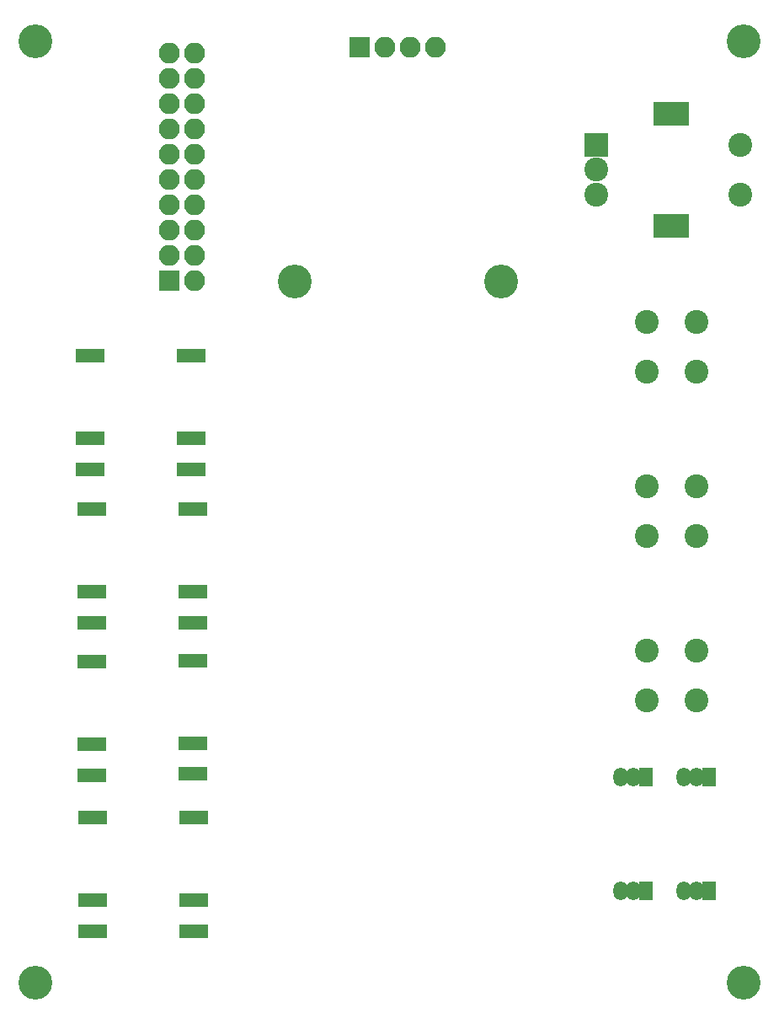
<source format=gbr>
G04 #@! TF.GenerationSoftware,KiCad,Pcbnew,(5.0.0)*
G04 #@! TF.CreationDate,2019-03-16T17:35:48-05:00*
G04 #@! TF.ProjectId,PP_UI,50505F55492E6B696361645F70636200,rev?*
G04 #@! TF.SameCoordinates,Original*
G04 #@! TF.FileFunction,Soldermask,Bot*
G04 #@! TF.FilePolarity,Negative*
%FSLAX46Y46*%
G04 Gerber Fmt 4.6, Leading zero omitted, Abs format (unit mm)*
G04 Created by KiCad (PCBNEW (5.0.0)) date 03/16/19 17:35:48*
%MOMM*%
%LPD*%
G01*
G04 APERTURE LIST*
%ADD10C,3.400000*%
%ADD11R,2.900000X1.400000*%
%ADD12O,1.450000X1.900000*%
%ADD13R,1.450000X1.900000*%
%ADD14C,2.400000*%
%ADD15R,3.600000X2.400000*%
%ADD16R,2.400000X2.400000*%
%ADD17R,2.100000X2.100000*%
%ADD18O,2.100000X2.100000*%
G04 APERTURE END LIST*
D10*
G04 #@! TO.C,REF\002A\002A*
X199170000Y-81020000D03*
G04 #@! TD*
G04 #@! TO.C,REF\002A\002A*
X178470000Y-81020000D03*
G04 #@! TD*
G04 #@! TO.C,REF\002A\002A*
X223570000Y-151450000D03*
G04 #@! TD*
G04 #@! TO.C,REF\002A\002A*
X152370000Y-151450000D03*
G04 #@! TD*
G04 #@! TO.C,REF\002A\002A*
X152370000Y-56850000D03*
G04 #@! TD*
D11*
G04 #@! TO.C,J1*
X157903850Y-99899600D03*
X157903850Y-96799600D03*
X157903850Y-88499600D03*
G04 #@! TD*
G04 #@! TO.C,J2*
X158030850Y-115266600D03*
X158030850Y-112166600D03*
X158030850Y-103866600D03*
G04 #@! TD*
G04 #@! TO.C,J3*
X158030850Y-130633600D03*
X158030850Y-127533600D03*
X158030850Y-119233600D03*
G04 #@! TD*
G04 #@! TO.C,J4*
X158157850Y-134854600D03*
X158157850Y-143154600D03*
X158157850Y-146254600D03*
G04 #@! TD*
G04 #@! TO.C,J6*
X168063850Y-88499600D03*
X168063850Y-96799600D03*
X168063850Y-99899600D03*
G04 #@! TD*
G04 #@! TO.C,J7*
X168190850Y-130473600D03*
X168190850Y-127373600D03*
X168190850Y-119073600D03*
G04 #@! TD*
G04 #@! TO.C,J8*
X168190850Y-103866600D03*
X168190850Y-112166600D03*
X168190850Y-115266600D03*
G04 #@! TD*
G04 #@! TO.C,J9*
X168317850Y-134854600D03*
X168317850Y-143154600D03*
X168317850Y-146254600D03*
G04 #@! TD*
D12*
G04 #@! TO.C,Q1*
X212491250Y-130790400D03*
X211221250Y-130790400D03*
D13*
X213761250Y-130790400D03*
G04 #@! TD*
G04 #@! TO.C,Q2*
X213761250Y-142220400D03*
D12*
X211221250Y-142220400D03*
X212491250Y-142220400D03*
G04 #@! TD*
G04 #@! TO.C,Q3*
X218841250Y-130790400D03*
X217571250Y-130790400D03*
D13*
X220111250Y-130790400D03*
G04 #@! TD*
G04 #@! TO.C,Q4*
X220111250Y-142220400D03*
D12*
X217571250Y-142220400D03*
X218841250Y-142220400D03*
G04 #@! TD*
D14*
G04 #@! TO.C,SW1*
X213837450Y-85070400D03*
X218837450Y-85070400D03*
X218837450Y-90070400D03*
X213837450Y-90070400D03*
G04 #@! TD*
G04 #@! TO.C,SW2*
X213837450Y-106580400D03*
X218837450Y-106580400D03*
X218837450Y-101580400D03*
X213837450Y-101580400D03*
G04 #@! TD*
G04 #@! TO.C,SW3*
X213837450Y-118090400D03*
X218837450Y-118090400D03*
X218837450Y-123090400D03*
X213837450Y-123090400D03*
G04 #@! TD*
G04 #@! TO.C,SW4*
X223257450Y-72290400D03*
X223257450Y-67290400D03*
D15*
X216257450Y-75390400D03*
X216257450Y-64190400D03*
D14*
X208757450Y-72290400D03*
X208757450Y-69790400D03*
D16*
X208757450Y-67290400D03*
G04 #@! TD*
D17*
G04 #@! TO.C,J10*
X165780598Y-80952420D03*
D18*
X168320598Y-80952420D03*
X165780598Y-78412420D03*
X168320598Y-78412420D03*
X165780598Y-75872420D03*
X168320598Y-75872420D03*
X165780598Y-73332420D03*
X168320598Y-73332420D03*
X165780598Y-70792420D03*
X168320598Y-70792420D03*
X165780598Y-68252420D03*
X168320598Y-68252420D03*
X165780598Y-65712420D03*
X168320598Y-65712420D03*
X165780598Y-63172420D03*
X168320598Y-63172420D03*
X165780598Y-60632420D03*
X168320598Y-60632420D03*
X165780598Y-58092420D03*
X168320598Y-58092420D03*
G04 #@! TD*
D17*
G04 #@! TO.C,J5*
X184989100Y-57468900D03*
D18*
X187529100Y-57468900D03*
X190069100Y-57468900D03*
X192609100Y-57468900D03*
G04 #@! TD*
D10*
G04 #@! TO.C,REF\002A\002A*
X223570000Y-56850000D03*
G04 #@! TD*
M02*

</source>
